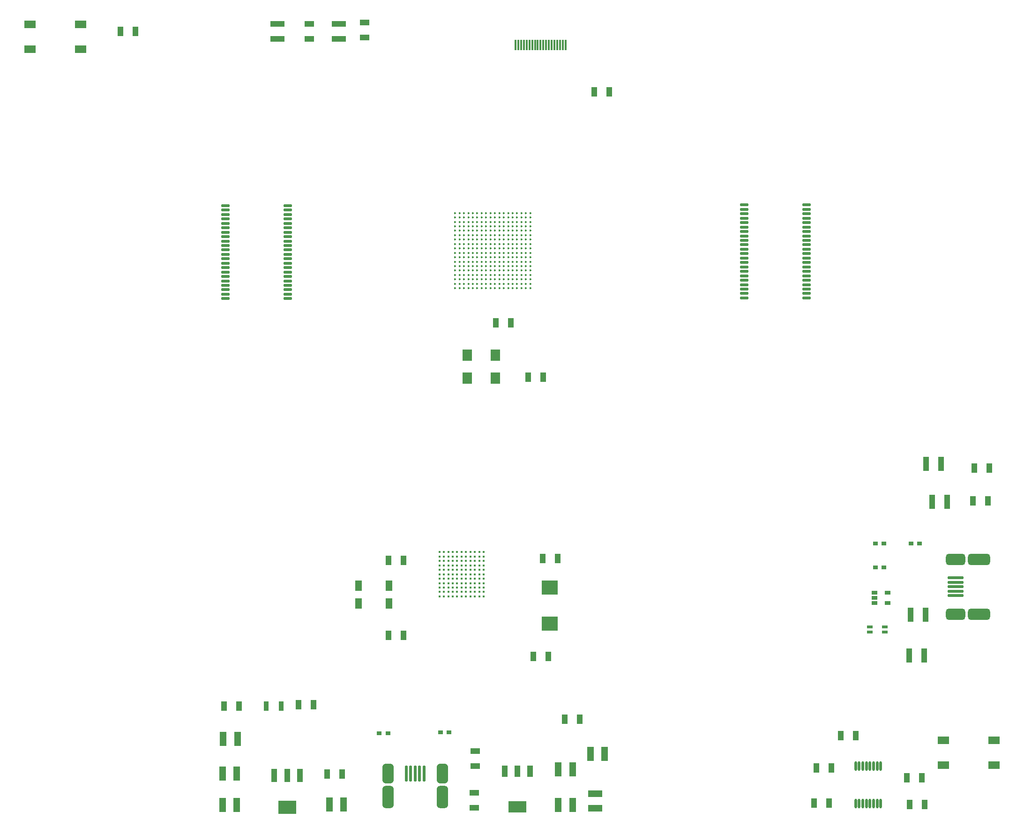
<source format=gtp>
%FSLAX44Y44*%
%MOMM*%
G71*
G01*
G75*
G04 Layer_Color=8421504*
G04:AMPARAMS|DCode=10|XSize=3.5mm|YSize=2.05mm|CornerRadius=0.5125mm|HoleSize=0mm|Usage=FLASHONLY|Rotation=0.000|XOffset=0mm|YOffset=0mm|HoleType=Round|Shape=RoundedRectangle|*
%AMROUNDEDRECTD10*
21,1,3.5000,1.0250,0,0,0.0*
21,1,2.4750,2.0500,0,0,0.0*
1,1,1.0250,1.2375,-0.5125*
1,1,1.0250,-1.2375,-0.5125*
1,1,1.0250,-1.2375,0.5125*
1,1,1.0250,1.2375,0.5125*
%
%ADD10ROUNDEDRECTD10*%
G04:AMPARAMS|DCode=11|XSize=4mm|YSize=2.05mm|CornerRadius=0.5125mm|HoleSize=0mm|Usage=FLASHONLY|Rotation=0.000|XOffset=0mm|YOffset=0mm|HoleType=Round|Shape=RoundedRectangle|*
%AMROUNDEDRECTD11*
21,1,4.0000,1.0250,0,0,0.0*
21,1,2.9750,2.0500,0,0,0.0*
1,1,1.0250,1.4875,-0.5125*
1,1,1.0250,-1.4875,-0.5125*
1,1,1.0250,-1.4875,0.5125*
1,1,1.0250,1.4875,0.5125*
%
%ADD11ROUNDEDRECTD11*%
G04:AMPARAMS|DCode=12|XSize=3.5mm|YSize=2.05mm|CornerRadius=0.5125mm|HoleSize=0mm|Usage=FLASHONLY|Rotation=0.000|XOffset=0mm|YOffset=0mm|HoleType=Round|Shape=RoundedRectangle|*
%AMROUNDEDRECTD12*
21,1,3.5000,1.0250,0,0,0.0*
21,1,2.4750,2.0500,0,0,0.0*
1,1,1.0250,1.2375,-0.5125*
1,1,1.0250,-1.2375,-0.5125*
1,1,1.0250,-1.2375,0.5125*
1,1,1.0250,1.2375,0.5125*
%
%ADD12ROUNDEDRECTD12*%
G04:AMPARAMS|DCode=13|XSize=2.8mm|YSize=0.5mm|CornerRadius=0.125mm|HoleSize=0mm|Usage=FLASHONLY|Rotation=0.000|XOffset=0mm|YOffset=0mm|HoleType=Round|Shape=RoundedRectangle|*
%AMROUNDEDRECTD13*
21,1,2.8000,0.2500,0,0,0.0*
21,1,2.5500,0.5000,0,0,0.0*
1,1,0.2500,1.2750,-0.1250*
1,1,0.2500,-1.2750,-0.1250*
1,1,0.2500,-1.2750,0.1250*
1,1,0.2500,1.2750,0.1250*
%
%ADD13ROUNDEDRECTD13*%
%ADD14R,1.0000X0.7000*%
%ADD15R,0.8500X0.7000*%
%ADD16R,2.1000X1.4000*%
%ADD17R,1.1000X1.7000*%
%ADD18O,1.6000X0.5500*%
%ADD19R,1.1000X2.6000*%
%ADD20R,1.1000X0.6000*%
%ADD21O,0.4500X1.8000*%
%ADD22R,1.0000X2.1500*%
%ADD23R,3.2500X2.1500*%
%ADD24R,2.6000X1.2000*%
%ADD25R,1.2000X2.6000*%
%ADD26R,1.7000X1.1000*%
%ADD27R,0.9500X1.7000*%
%ADD28R,1.3000X1.9000*%
%ADD29C,0.4500*%
%ADD30R,2.6000X1.1000*%
%ADD31R,0.3000X1.9000*%
%ADD32C,0.3600*%
%ADD33R,1.0000X2.4000*%
%ADD34R,3.3000X2.4000*%
G04:AMPARAMS|DCode=35|XSize=3.5mm|YSize=2.05mm|CornerRadius=0.5125mm|HoleSize=0mm|Usage=FLASHONLY|Rotation=270.000|XOffset=0mm|YOffset=0mm|HoleType=Round|Shape=RoundedRectangle|*
%AMROUNDEDRECTD35*
21,1,3.5000,1.0250,0,0,270.0*
21,1,2.4750,2.0500,0,0,270.0*
1,1,1.0250,-0.5125,-1.2375*
1,1,1.0250,-0.5125,1.2375*
1,1,1.0250,0.5125,1.2375*
1,1,1.0250,0.5125,-1.2375*
%
%ADD35ROUNDEDRECTD35*%
G04:AMPARAMS|DCode=36|XSize=4mm|YSize=2.05mm|CornerRadius=0.5125mm|HoleSize=0mm|Usage=FLASHONLY|Rotation=270.000|XOffset=0mm|YOffset=0mm|HoleType=Round|Shape=RoundedRectangle|*
%AMROUNDEDRECTD36*
21,1,4.0000,1.0250,0,0,270.0*
21,1,2.9750,2.0500,0,0,270.0*
1,1,1.0250,-0.5125,-1.4875*
1,1,1.0250,-0.5125,1.4875*
1,1,1.0250,0.5125,1.4875*
1,1,1.0250,0.5125,-1.4875*
%
%ADD36ROUNDEDRECTD36*%
G04:AMPARAMS|DCode=37|XSize=3.5mm|YSize=2.05mm|CornerRadius=0.5125mm|HoleSize=0mm|Usage=FLASHONLY|Rotation=270.000|XOffset=0mm|YOffset=0mm|HoleType=Round|Shape=RoundedRectangle|*
%AMROUNDEDRECTD37*
21,1,3.5000,1.0250,0,0,270.0*
21,1,2.4750,2.0500,0,0,270.0*
1,1,1.0250,-0.5125,-1.2375*
1,1,1.0250,-0.5125,1.2375*
1,1,1.0250,0.5125,1.2375*
1,1,1.0250,0.5125,-1.2375*
%
%ADD37ROUNDEDRECTD37*%
G04:AMPARAMS|DCode=38|XSize=2.8mm|YSize=0.5mm|CornerRadius=0.125mm|HoleSize=0mm|Usage=FLASHONLY|Rotation=270.000|XOffset=0mm|YOffset=0mm|HoleType=Round|Shape=RoundedRectangle|*
%AMROUNDEDRECTD38*
21,1,2.8000,0.2500,0,0,270.0*
21,1,2.5500,0.5000,0,0,270.0*
1,1,0.2500,-0.1250,-1.2750*
1,1,0.2500,-0.1250,1.2750*
1,1,0.2500,0.1250,1.2750*
1,1,0.2500,0.1250,-1.2750*
%
%ADD38ROUNDEDRECTD38*%
%ADD39R,1.8000X2.0000*%
%ADD40R,3.0000X2.5000*%
%ADD41C,0.2000*%
%ADD42C,0.1000*%
%ADD43C,0.2540*%
%ADD44C,0.8000*%
%ADD45C,1.0000*%
%ADD46C,0.5000*%
%ADD47C,1.4000*%
%ADD48C,1.5000*%
%ADD49R,1.5000X1.5000*%
%ADD50C,0.9000*%
%ADD51C,4.7600*%
%ADD52R,1.6900X1.6900*%
%ADD53C,1.6900*%
%ADD54R,1.5000X1.5000*%
%ADD55C,1.5240*%
%ADD56C,0.4000*%
%ADD57C,7.0000*%
%ADD58C,1.3000*%
%ADD59C,2.1000*%
%ADD60C,1.0160*%
%ADD61C,1.4080*%
%ADD62C,1.4080*%
%ADD63C,3.7680*%
%ADD64C,1.5980*%
%ADD65C,1.8080*%
%ADD66C,0.7080*%
%ADD67C,5.5080*%
%ADD68C,2.1080*%
%ADD69C,0.4000*%
%ADD70C,0.2500*%
%ADD71C,0.6000*%
%ADD72C,0.2032*%
%ADD73C,0.1500*%
%ADD74C,0.7000*%
D10*
X2306450Y1145650D02*
D03*
D11*
X2348950D02*
D03*
Y1244150D02*
D03*
D12*
X2306450D02*
D03*
D13*
X2306700Y1186900D02*
D03*
Y1178900D02*
D03*
Y1202900D02*
D03*
Y1210900D02*
D03*
Y1194900D02*
D03*
D14*
X2159920Y1184420D02*
D03*
Y1174920D02*
D03*
Y1165420D02*
D03*
X2183920D02*
D03*
Y1184420D02*
D03*
D15*
X2177130Y1229530D02*
D03*
X2161630D02*
D03*
X1281250Y929900D02*
D03*
X1265750D02*
D03*
X1391950Y931800D02*
D03*
X1376450D02*
D03*
X2177130Y1272710D02*
D03*
X2161630D02*
D03*
X2241900D02*
D03*
X2226400D02*
D03*
D16*
X2285170Y872490D02*
D03*
X2376170D02*
D03*
Y917490D02*
D03*
X2285170D02*
D03*
X635000Y2166200D02*
D03*
X726000D02*
D03*
Y2211200D02*
D03*
X635000D02*
D03*
D17*
X825030Y2198370D02*
D03*
X798030D02*
D03*
X2055330Y867410D02*
D03*
X2082330D02*
D03*
X2246160Y849630D02*
D03*
X2219160D02*
D03*
X2224240Y801370D02*
D03*
X2251240D02*
D03*
X2078520Y803910D02*
D03*
X2051520D02*
D03*
X2126780Y925830D02*
D03*
X2099780D02*
D03*
X1627900Y955800D02*
D03*
X1600900D02*
D03*
X1198800Y856600D02*
D03*
X1171800D02*
D03*
X1012500Y979700D02*
D03*
X985500D02*
D03*
X1146900Y981700D02*
D03*
X1119900D02*
D03*
X1282680Y1107050D02*
D03*
X1309680D02*
D03*
X1282680Y1242940D02*
D03*
X1309680D02*
D03*
X1587900Y1245700D02*
D03*
X1560900D02*
D03*
X1570900Y1068700D02*
D03*
X1543900D02*
D03*
X1534630Y1573530D02*
D03*
X1561630D02*
D03*
X1503210Y1671480D02*
D03*
X1476210D02*
D03*
X2368080Y1409700D02*
D03*
X2341080D02*
D03*
X2365540Y1350010D02*
D03*
X2338540D02*
D03*
X1681010Y2089150D02*
D03*
X1654010D02*
D03*
D18*
X987940Y1883590D02*
D03*
Y1875590D02*
D03*
Y1867590D02*
D03*
Y1859590D02*
D03*
Y1851590D02*
D03*
Y1843590D02*
D03*
Y1835590D02*
D03*
Y1827590D02*
D03*
Y1819590D02*
D03*
Y1811590D02*
D03*
Y1803590D02*
D03*
Y1795590D02*
D03*
Y1787590D02*
D03*
Y1779590D02*
D03*
Y1771590D02*
D03*
Y1763590D02*
D03*
Y1755590D02*
D03*
Y1747590D02*
D03*
Y1739590D02*
D03*
Y1731590D02*
D03*
Y1723590D02*
D03*
Y1715590D02*
D03*
X1099940Y1883590D02*
D03*
Y1875590D02*
D03*
Y1867590D02*
D03*
Y1859590D02*
D03*
Y1851590D02*
D03*
Y1843590D02*
D03*
Y1835590D02*
D03*
Y1827590D02*
D03*
Y1819590D02*
D03*
Y1811590D02*
D03*
Y1803590D02*
D03*
Y1795590D02*
D03*
Y1787590D02*
D03*
Y1779590D02*
D03*
Y1771590D02*
D03*
Y1763590D02*
D03*
Y1755590D02*
D03*
Y1747590D02*
D03*
Y1739590D02*
D03*
Y1731590D02*
D03*
Y1723590D02*
D03*
Y1715590D02*
D03*
X1925200Y1884860D02*
D03*
Y1876860D02*
D03*
Y1868860D02*
D03*
Y1860860D02*
D03*
Y1852860D02*
D03*
Y1844860D02*
D03*
Y1836860D02*
D03*
Y1828860D02*
D03*
Y1820860D02*
D03*
Y1812860D02*
D03*
Y1804860D02*
D03*
Y1796860D02*
D03*
Y1788860D02*
D03*
Y1780860D02*
D03*
Y1772860D02*
D03*
Y1764860D02*
D03*
Y1756860D02*
D03*
Y1748860D02*
D03*
Y1740860D02*
D03*
Y1732860D02*
D03*
Y1724860D02*
D03*
Y1716860D02*
D03*
X2037200Y1884860D02*
D03*
Y1876860D02*
D03*
Y1868860D02*
D03*
Y1860860D02*
D03*
Y1852860D02*
D03*
Y1844860D02*
D03*
Y1836860D02*
D03*
Y1828860D02*
D03*
Y1820860D02*
D03*
Y1812860D02*
D03*
Y1804860D02*
D03*
Y1796860D02*
D03*
Y1788860D02*
D03*
Y1780860D02*
D03*
Y1772860D02*
D03*
Y1764860D02*
D03*
Y1756860D02*
D03*
Y1748860D02*
D03*
Y1740860D02*
D03*
Y1732860D02*
D03*
Y1724860D02*
D03*
Y1716860D02*
D03*
D19*
X2225730Y1144440D02*
D03*
X2252730D02*
D03*
X2223190Y1070780D02*
D03*
X2250190D02*
D03*
X2253450Y1417320D02*
D03*
X2280450D02*
D03*
X2291880Y1348740D02*
D03*
X2264880D02*
D03*
D20*
X2179070Y1112770D02*
D03*
Y1122770D02*
D03*
X2152070Y1112770D02*
D03*
Y1122770D02*
D03*
D21*
X2126090Y802930D02*
D03*
X2132590D02*
D03*
X2139090D02*
D03*
X2145590D02*
D03*
X2152090D02*
D03*
X2158590D02*
D03*
X2165090D02*
D03*
X2171590D02*
D03*
X2126090Y870930D02*
D03*
X2132590D02*
D03*
X2139090D02*
D03*
X2145590D02*
D03*
X2152090D02*
D03*
X2158590D02*
D03*
X2165090D02*
D03*
X2171590D02*
D03*
D22*
X1538110Y861560D02*
D03*
X1515110D02*
D03*
X1492110D02*
D03*
D23*
X1515110Y797060D02*
D03*
D24*
X1656000Y795050D02*
D03*
Y820550D02*
D03*
D25*
X1647350Y892800D02*
D03*
X1672850D02*
D03*
X1614650Y865100D02*
D03*
X1589150D02*
D03*
X1614650Y800400D02*
D03*
X1589150D02*
D03*
X982750Y857700D02*
D03*
X1008250D02*
D03*
X982750Y800400D02*
D03*
X1008250D02*
D03*
X983850Y920200D02*
D03*
X1009350D02*
D03*
X1175750Y801500D02*
D03*
X1201250D02*
D03*
D26*
X1438600Y897700D02*
D03*
Y870700D02*
D03*
X1437600Y822400D02*
D03*
Y795400D02*
D03*
X1239520Y2214410D02*
D03*
Y2187410D02*
D03*
X1139190Y2211870D02*
D03*
Y2184870D02*
D03*
D27*
X1088600Y979600D02*
D03*
X1061600D02*
D03*
D28*
X1283040Y1196710D02*
D03*
X1228040D02*
D03*
X1283040Y1164710D02*
D03*
X1228040D02*
D03*
D29*
X1374290Y1257540D02*
D03*
X1382290D02*
D03*
X1390290D02*
D03*
X1398290D02*
D03*
X1406290D02*
D03*
X1414290D02*
D03*
X1422290D02*
D03*
X1430290D02*
D03*
X1438290D02*
D03*
X1446290D02*
D03*
X1454290D02*
D03*
X1374290Y1249540D02*
D03*
X1382290D02*
D03*
X1390290D02*
D03*
X1398290D02*
D03*
X1406290D02*
D03*
X1414290D02*
D03*
X1422290D02*
D03*
X1430290D02*
D03*
X1438290D02*
D03*
X1446290D02*
D03*
X1454290D02*
D03*
X1374290Y1241540D02*
D03*
X1382290D02*
D03*
X1390290D02*
D03*
X1398290D02*
D03*
X1406290D02*
D03*
X1414290D02*
D03*
X1422290D02*
D03*
X1430290D02*
D03*
X1438290D02*
D03*
X1446290D02*
D03*
X1454290D02*
D03*
X1374290Y1233540D02*
D03*
X1382290D02*
D03*
X1390290D02*
D03*
X1398290D02*
D03*
X1406290D02*
D03*
X1414290D02*
D03*
X1422290D02*
D03*
X1430290D02*
D03*
X1438290D02*
D03*
X1446290D02*
D03*
X1454290D02*
D03*
X1374290Y1225540D02*
D03*
X1382290D02*
D03*
X1390290D02*
D03*
X1398290D02*
D03*
X1406290D02*
D03*
X1414290D02*
D03*
X1422290D02*
D03*
X1430290D02*
D03*
X1438290D02*
D03*
X1446290D02*
D03*
X1454290D02*
D03*
X1374290Y1217540D02*
D03*
X1382290D02*
D03*
X1390290D02*
D03*
X1398290D02*
D03*
X1406290D02*
D03*
X1414290D02*
D03*
X1422290D02*
D03*
X1430290D02*
D03*
X1438290D02*
D03*
X1446290D02*
D03*
X1454290D02*
D03*
X1374290Y1209540D02*
D03*
X1382290D02*
D03*
X1390290D02*
D03*
X1398290D02*
D03*
X1406290D02*
D03*
X1414290D02*
D03*
X1422290D02*
D03*
X1430290D02*
D03*
X1438290D02*
D03*
X1446290D02*
D03*
X1454290D02*
D03*
X1374290Y1201540D02*
D03*
X1382290D02*
D03*
X1390290D02*
D03*
X1398290D02*
D03*
X1406290D02*
D03*
X1414290D02*
D03*
X1422290D02*
D03*
X1430290D02*
D03*
X1438290D02*
D03*
X1446290D02*
D03*
X1454290D02*
D03*
X1374290Y1193540D02*
D03*
X1382290D02*
D03*
X1390290D02*
D03*
X1398290D02*
D03*
X1406290D02*
D03*
X1414290D02*
D03*
X1422290D02*
D03*
X1430290D02*
D03*
X1438290D02*
D03*
X1446290D02*
D03*
X1454290D02*
D03*
X1374290Y1185540D02*
D03*
X1382290D02*
D03*
X1390290D02*
D03*
X1398290D02*
D03*
X1406290D02*
D03*
X1414290D02*
D03*
X1422290D02*
D03*
X1430290D02*
D03*
X1438290D02*
D03*
X1446290D02*
D03*
X1454290D02*
D03*
X1374290Y1177540D02*
D03*
X1382290D02*
D03*
X1390290D02*
D03*
X1398290D02*
D03*
X1406290D02*
D03*
X1414290D02*
D03*
X1422290D02*
D03*
X1430290D02*
D03*
X1438290D02*
D03*
X1446290D02*
D03*
X1454290D02*
D03*
D30*
X1192530Y2184870D02*
D03*
Y2211870D02*
D03*
X1082040Y2184870D02*
D03*
Y2211870D02*
D03*
D31*
X1516950Y2173670D02*
D03*
X1511950D02*
D03*
X1521950D02*
D03*
X1526950D02*
D03*
X1531950D02*
D03*
X1536950D02*
D03*
X1541950D02*
D03*
X1546950D02*
D03*
X1551950D02*
D03*
X1556950D02*
D03*
X1561950D02*
D03*
X1566950D02*
D03*
X1571950D02*
D03*
X1576950D02*
D03*
X1581950D02*
D03*
X1586950D02*
D03*
X1591950D02*
D03*
X1596950D02*
D03*
X1601950D02*
D03*
D32*
X1402700Y1870300D02*
D03*
X1410700D02*
D03*
X1418700D02*
D03*
X1426700D02*
D03*
X1434700D02*
D03*
X1442700D02*
D03*
X1450700D02*
D03*
X1458700D02*
D03*
X1466700D02*
D03*
X1474700D02*
D03*
X1482700D02*
D03*
X1490700D02*
D03*
X1498700D02*
D03*
X1506700D02*
D03*
X1514700D02*
D03*
X1522700D02*
D03*
X1530700D02*
D03*
X1538700D02*
D03*
X1402700Y1862300D02*
D03*
X1410700D02*
D03*
X1418700D02*
D03*
X1426700D02*
D03*
X1434700D02*
D03*
X1442700D02*
D03*
X1450700D02*
D03*
X1458700D02*
D03*
X1466700D02*
D03*
X1474700D02*
D03*
X1482700D02*
D03*
X1490700D02*
D03*
X1498700D02*
D03*
X1506700D02*
D03*
X1514700D02*
D03*
X1522700D02*
D03*
X1530700D02*
D03*
X1538700D02*
D03*
X1402700Y1854300D02*
D03*
X1410700D02*
D03*
X1418700D02*
D03*
X1426700D02*
D03*
X1434700D02*
D03*
X1442700D02*
D03*
X1450700D02*
D03*
X1458700D02*
D03*
X1466700D02*
D03*
X1474700D02*
D03*
X1482700D02*
D03*
X1490700D02*
D03*
X1498700D02*
D03*
X1506700D02*
D03*
X1514700D02*
D03*
X1522700D02*
D03*
X1530700D02*
D03*
X1538700D02*
D03*
X1402700Y1846300D02*
D03*
X1410700D02*
D03*
X1418700D02*
D03*
X1426700D02*
D03*
X1434700D02*
D03*
X1442700D02*
D03*
X1450700D02*
D03*
X1458700D02*
D03*
X1466700D02*
D03*
X1474700D02*
D03*
X1482700D02*
D03*
X1490700D02*
D03*
X1498700D02*
D03*
X1506700D02*
D03*
X1514700D02*
D03*
X1522700D02*
D03*
X1530700D02*
D03*
X1538700D02*
D03*
X1402700Y1838300D02*
D03*
X1410700D02*
D03*
X1418700D02*
D03*
X1426700D02*
D03*
X1434700D02*
D03*
X1442700D02*
D03*
X1450700D02*
D03*
X1458700D02*
D03*
X1466700D02*
D03*
X1474700D02*
D03*
X1482700D02*
D03*
X1490700D02*
D03*
X1498700D02*
D03*
X1506700D02*
D03*
X1514700D02*
D03*
X1522700D02*
D03*
X1530700D02*
D03*
X1538700D02*
D03*
X1402700Y1830300D02*
D03*
X1410700D02*
D03*
X1418700D02*
D03*
X1426700D02*
D03*
X1434700D02*
D03*
X1442700D02*
D03*
X1450700D02*
D03*
X1458700D02*
D03*
X1466700D02*
D03*
X1474700D02*
D03*
X1482700D02*
D03*
X1490700D02*
D03*
X1498700D02*
D03*
X1506700D02*
D03*
X1514700D02*
D03*
X1522700D02*
D03*
X1530700D02*
D03*
X1538700D02*
D03*
X1402700Y1822300D02*
D03*
X1410700D02*
D03*
X1418700D02*
D03*
X1426700D02*
D03*
X1434700D02*
D03*
X1442700D02*
D03*
X1450700D02*
D03*
X1458700D02*
D03*
X1466700D02*
D03*
X1474700D02*
D03*
X1482700D02*
D03*
X1490700D02*
D03*
X1498700D02*
D03*
X1506700D02*
D03*
X1514700D02*
D03*
X1522700D02*
D03*
X1530700D02*
D03*
X1538700D02*
D03*
X1402700Y1814300D02*
D03*
X1410700D02*
D03*
X1418700D02*
D03*
X1426700D02*
D03*
X1434700D02*
D03*
X1442700D02*
D03*
X1450700D02*
D03*
X1458700D02*
D03*
X1466700D02*
D03*
X1474700D02*
D03*
X1482700D02*
D03*
X1490700D02*
D03*
X1498700D02*
D03*
X1506700D02*
D03*
X1514700D02*
D03*
X1522700D02*
D03*
X1530700D02*
D03*
X1538700D02*
D03*
X1402700Y1806300D02*
D03*
X1410700D02*
D03*
X1418700D02*
D03*
X1426700D02*
D03*
X1434700D02*
D03*
X1442700D02*
D03*
X1450700D02*
D03*
X1458700D02*
D03*
X1466700D02*
D03*
X1474700D02*
D03*
X1482700D02*
D03*
X1490700D02*
D03*
X1498700D02*
D03*
X1506700D02*
D03*
X1514700D02*
D03*
X1522700D02*
D03*
X1530700D02*
D03*
X1538700D02*
D03*
X1402700Y1798300D02*
D03*
X1410700D02*
D03*
X1418700D02*
D03*
X1426700D02*
D03*
X1434700D02*
D03*
X1442700D02*
D03*
X1450700D02*
D03*
X1458700D02*
D03*
X1466700D02*
D03*
X1474700D02*
D03*
X1482700D02*
D03*
X1490700D02*
D03*
X1498700D02*
D03*
X1506700D02*
D03*
X1514700D02*
D03*
X1522700D02*
D03*
X1530700D02*
D03*
X1538700D02*
D03*
X1402700Y1790300D02*
D03*
X1410700D02*
D03*
X1418700D02*
D03*
X1426700D02*
D03*
X1434700D02*
D03*
X1442700D02*
D03*
X1450700D02*
D03*
X1458700D02*
D03*
X1466700D02*
D03*
X1474700D02*
D03*
X1482700D02*
D03*
X1490700D02*
D03*
X1498700D02*
D03*
X1506700D02*
D03*
X1514700D02*
D03*
X1522700D02*
D03*
X1530700D02*
D03*
X1538700D02*
D03*
X1402700Y1782300D02*
D03*
X1410700D02*
D03*
X1418700D02*
D03*
X1426700D02*
D03*
X1434700D02*
D03*
X1442700D02*
D03*
X1450700D02*
D03*
X1458700D02*
D03*
X1466700D02*
D03*
X1474700D02*
D03*
X1482700D02*
D03*
X1490700D02*
D03*
X1498700D02*
D03*
X1506700D02*
D03*
X1514700D02*
D03*
X1522700D02*
D03*
X1530700D02*
D03*
X1538700D02*
D03*
X1402700Y1774300D02*
D03*
X1410700D02*
D03*
X1418700D02*
D03*
X1426700D02*
D03*
X1434700D02*
D03*
X1442700D02*
D03*
X1450700D02*
D03*
X1458700D02*
D03*
X1466700D02*
D03*
X1474700D02*
D03*
X1482700D02*
D03*
X1490700D02*
D03*
X1498700D02*
D03*
X1506700D02*
D03*
X1514700D02*
D03*
X1522700D02*
D03*
X1530700D02*
D03*
X1538700D02*
D03*
X1402700Y1766300D02*
D03*
X1410700D02*
D03*
X1418700D02*
D03*
X1426700D02*
D03*
X1434700D02*
D03*
X1442700D02*
D03*
X1450700D02*
D03*
X1458700D02*
D03*
X1466700D02*
D03*
X1474700D02*
D03*
X1482700D02*
D03*
X1490700D02*
D03*
X1498700D02*
D03*
X1506700D02*
D03*
X1514700D02*
D03*
X1522700D02*
D03*
X1530700D02*
D03*
X1538700D02*
D03*
X1402700Y1758300D02*
D03*
X1410700D02*
D03*
X1418700D02*
D03*
X1426700D02*
D03*
X1434700D02*
D03*
X1442700D02*
D03*
X1450700D02*
D03*
X1458700D02*
D03*
X1466700D02*
D03*
X1474700D02*
D03*
X1482700D02*
D03*
X1490700D02*
D03*
X1498700D02*
D03*
X1506700D02*
D03*
X1514700D02*
D03*
X1522700D02*
D03*
X1530700D02*
D03*
X1538700D02*
D03*
X1402700Y1750300D02*
D03*
X1410700D02*
D03*
X1418700D02*
D03*
X1426700D02*
D03*
X1434700D02*
D03*
X1442700D02*
D03*
X1450700D02*
D03*
X1458700D02*
D03*
X1466700D02*
D03*
X1474700D02*
D03*
X1482700D02*
D03*
X1490700D02*
D03*
X1498700D02*
D03*
X1506700D02*
D03*
X1514700D02*
D03*
X1522700D02*
D03*
X1530700D02*
D03*
X1538700D02*
D03*
X1402700Y1742300D02*
D03*
X1410700D02*
D03*
X1418700D02*
D03*
X1426700D02*
D03*
X1434700D02*
D03*
X1442700D02*
D03*
X1450700D02*
D03*
X1458700D02*
D03*
X1466700D02*
D03*
X1474700D02*
D03*
X1482700D02*
D03*
X1490700D02*
D03*
X1498700D02*
D03*
X1506700D02*
D03*
X1514700D02*
D03*
X1522700D02*
D03*
X1530700D02*
D03*
X1538700D02*
D03*
X1402700Y1734300D02*
D03*
X1410700D02*
D03*
X1418700D02*
D03*
X1426700D02*
D03*
X1434700D02*
D03*
X1442700D02*
D03*
X1450700D02*
D03*
X1458700D02*
D03*
X1466700D02*
D03*
X1474700D02*
D03*
X1482700D02*
D03*
X1490700D02*
D03*
X1498700D02*
D03*
X1506700D02*
D03*
X1514700D02*
D03*
X1522700D02*
D03*
X1530700D02*
D03*
X1538700D02*
D03*
D33*
X1122060Y854060D02*
D03*
X1099060D02*
D03*
X1076060D02*
D03*
D34*
X1099060Y796060D02*
D03*
D35*
X1281200Y857500D02*
D03*
D36*
Y815000D02*
D03*
X1379700D02*
D03*
D37*
Y857500D02*
D03*
D38*
X1322450Y857250D02*
D03*
X1314450D02*
D03*
X1338450D02*
D03*
X1346450D02*
D03*
X1330450D02*
D03*
D39*
X1475740Y1571740D02*
D03*
X1424940D02*
D03*
X1475740Y1613740D02*
D03*
X1424940D02*
D03*
D40*
X1573300Y1128400D02*
D03*
Y1193400D02*
D03*
M02*

</source>
